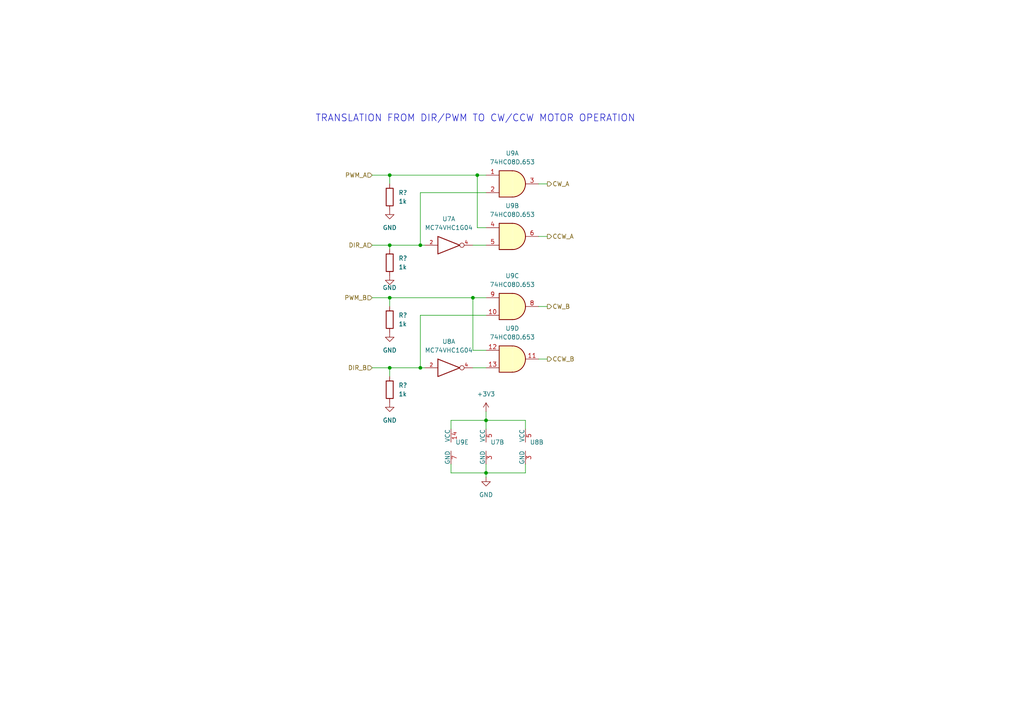
<source format=kicad_sch>
(kicad_sch (version 20211123) (generator eeschema)
  (paper "A4")
  (lib_symbols
    (symbol "Device:R" (pin_numbers hide) (pin_names (offset 0))
      (property "Reference" "R" (at 2.032 0 90))
      (property "Value" "R" (at 0 0 90))
      (symbol "R_0_1"
        (rectangle (start -1.016 -2.54) (end 1.016 2.54) (stroke (width 0.254)))
      )
      (symbol "R_1_1"
        (pin passive line (at 0 3.81 270) (length 1.27) (name "~") (number "1"))
        (pin passive line (at 0 -3.81 90) (length 1.27) (name "~") (number "2"))
      )
    )
    (symbol "_IntegratedCircuits:74HC08D.653" (pin_names (offset 0))
      (property "Reference" "U" (at 0 6.35 0))
      (property "Value" "74HC08D.653" (at 0 8.89 0))
      (symbol "74HC08D.653_1_1"
        (arc (start 0 -3.81) (mid 3.81 0) (end 0 3.81) (stroke (width 0.254)) (fill (type background)))
        (polyline (pts (xy 0 3.81) (xy -3.81 3.81) (xy -3.81 -3.81) (xy 0 -3.81)) (stroke (width 0.254)) (fill (type background)))
        (pin input line (at -7.62 2.54 0) (length 3.81) (name "~") (number "1"))
        (pin input line (at -7.62 -2.54 0) (length 3.81) (name "~") (number "2"))
        (pin output line (at 7.62 0 180) (length 3.81) (name "~") (number "3"))
      )
      (symbol "74HC08D.653_2_1"
        (arc (start 0 -3.81) (mid 3.81 0) (end 0 3.81) (stroke (width 0.254)) (fill (type background)))
        (polyline (pts (xy 0 3.81) (xy -3.81 3.81) (xy -3.81 -3.81) (xy 0 -3.81)) (stroke (width 0.254)) (fill (type background)))
        (pin input line (at -7.62 2.54 0) (length 3.81) (name "~") (number "4"))
        (pin input line (at -7.62 -2.54 0) (length 3.81) (name "~") (number "5"))
        (pin output line (at 7.62 0 180) (length 3.81) (name "~") (number "6"))
      )
      (symbol "74HC08D.653_3_1"
        (arc (start 0 -3.81) (mid 3.81 0) (end 0 3.81) (stroke (width 0.254)) (fill (type background)))
        (polyline (pts (xy 0 3.81) (xy -3.81 3.81) (xy -3.81 -3.81) (xy 0 -3.81)) (stroke (width 0.254)) (fill (type background)))
        (pin input line (at -7.62 -2.54 0) (length 3.81) (name "~") (number "10"))
        (pin output line (at 7.62 0 180) (length 3.81) (name "~") (number "8"))
        (pin input line (at -7.62 2.54 0) (length 3.81) (name "~") (number "9"))
      )
      (symbol "74HC08D.653_4_1"
        (arc (start 0 -3.81) (mid 3.81 0) (end 0 3.81) (stroke (width 0.254)) (fill (type background)))
        (polyline (pts (xy 0 3.81) (xy -3.81 3.81) (xy -3.81 -3.81) (xy 0 -3.81)) (stroke (width 0.254)) (fill (type background)))
        (pin output line (at 7.62 0 180) (length 3.81) (name "~") (number "11"))
        (pin input line (at -7.62 2.54 0) (length 3.81) (name "~") (number "12"))
        (pin input line (at -7.62 -2.54 0) (length 3.81) (name "~") (number "13"))
      )
      (symbol "74HC08D.653_5_1"
        (pin power_in line (at 5.08 2.54 180) (length 3.81) (name "VCC") (number "14"))
        (pin power_in line (at -5.08 2.54 0) (length 3.81) (name "GND") (number "7"))
      )
    )
    (symbol "_IntegratedCircuits:MC74VHC1G04" (pin_names (offset 0))
      (property "Reference" "U" (at 0 6.35 0))
      (property "Value" "MC74VHC1G04" (at 0 3.81 0))
      (symbol "MC74VHC1G04_1_1"
        (polyline (pts (xy -2.54 2.54) (xy -2.54 -2.54) (xy 3.81 0) (xy -2.54 2.54)) (stroke (width 0.254)))
        (pin no_connect line (at 1.27 -5.08 180) (length 3.81) hide (name "1") (number "1"))
        (pin input line (at -6.35 0 0) (length 3.81) (name "~") (number "2"))
        (pin output inverted (at 7.62 0 180) (length 3.81) (name "~") (number "4"))
      )
      (symbol "MC74VHC1G04_2_1"
        (pin power_in line (at -5.08 0 0) (length 3.81) (name "GND") (number "3"))
        (pin power_in line (at 5.08 0 180) (length 3.81) (name "VCC") (number "5"))
      )
    )
    (symbol "power:+3.3V" (power) (pin_names (offset 0))
      (property "Value" "+3.3V" (at 0 3.556 0))
      (symbol "+3.3V_0_1"
        (polyline (pts (xy -0.762 1.27) (xy 0 2.54)))
        (polyline (pts (xy 0 0) (xy 0 2.54)))
        (polyline (pts (xy 0 2.54) (xy 0.762 1.27)))
      )
      (symbol "+3.3V_1_1"
        (pin power_in line (at 0 0 90) (length 0) hide (name "+3V3") (number "1"))
      )
    )
    (symbol "power:GND" (power) (pin_names (offset 0))
      (property "Value" "GND" (at 0 -3.81 0))
      (symbol "GND_0_1"
        (polyline (pts (xy 0 0) (xy 0 -1.27) (xy 1.27 -1.27) (xy 0 -2.54) (xy -1.27 -1.27) (xy 0 -1.27)))
      )
      (symbol "GND_1_1"
        (pin power_in line (at 0 0 270) (length 0) hide (name "GND") (number "1"))
      )
    )
  )
  (junction (at 138.43 50.8))
  (junction (at 113.03 50.8))
  (junction (at 140.97 137.16))
  (junction (at 113.03 71.12))
  (junction (at 121.92 71.12))
  (junction (at 140.97 121.92))
  (junction (at 113.03 86.36))
  (junction (at 113.03 106.68))
  (junction (at 121.92 106.68))
  (junction (at 137.16 86.36))
  (wire (pts (xy 140.97 55.88) (xy 121.92 55.88)))
  (wire (pts (xy 107.95 106.68) (xy 113.03 106.68)))
  (wire (pts (xy 113.03 106.68) (xy 121.92 106.68)))
  (wire (pts (xy 137.16 101.6) (xy 137.16 86.36)))
  (wire (pts (xy 140.97 101.6) (xy 137.16 101.6)))
  (wire (pts (xy 158.75 104.14) (xy 156.21 104.14)))
  (wire (pts (xy 121.92 91.44) (xy 121.92 106.68)))
  (wire (pts (xy 158.75 88.9) (xy 156.21 88.9)))
  (wire (pts (xy 152.4 121.92) (xy 152.4 124.46)))
  (wire (pts (xy 113.03 72.39) (xy 113.03 71.12)))
  (wire (pts (xy 113.03 50.8) (xy 138.43 50.8)))
  (wire (pts (xy 140.97 121.92) (xy 140.97 124.46)))
  (wire (pts (xy 140.97 121.92) (xy 152.4 121.92)))
  (wire (pts (xy 158.75 68.58) (xy 156.21 68.58)))
  (wire (pts (xy 140.97 66.04) (xy 138.43 66.04)))
  (wire (pts (xy 140.97 119.38) (xy 140.97 121.92)))
  (wire (pts (xy 113.03 71.12) (xy 121.92 71.12)))
  (wire (pts (xy 121.92 106.68) (xy 123.19 106.68)))
  (wire (pts (xy 107.95 86.36) (xy 113.03 86.36)))
  (wire (pts (xy 113.03 86.36) (xy 113.03 88.9)))
  (wire (pts (xy 137.16 71.12) (xy 140.97 71.12)))
  (wire (pts (xy 113.03 106.68) (xy 113.03 109.22)))
  (wire (pts (xy 137.16 86.36) (xy 140.97 86.36)))
  (wire (pts (xy 107.95 50.8) (xy 113.03 50.8)))
  (wire (pts (xy 138.43 50.8) (xy 140.97 50.8)))
  (wire (pts (xy 140.97 137.16) (xy 130.81 137.16)))
  (wire (pts (xy 152.4 134.62) (xy 152.4 137.16)))
  (wire (pts (xy 137.16 106.68) (xy 140.97 106.68)))
  (wire (pts (xy 152.4 137.16) (xy 140.97 137.16)))
  (wire (pts (xy 140.97 137.16) (xy 140.97 138.43)))
  (wire (pts (xy 130.81 137.16) (xy 130.81 134.62)))
  (wire (pts (xy 130.81 121.92) (xy 140.97 121.92)))
  (wire (pts (xy 107.95 71.12) (xy 113.03 71.12)))
  (wire (pts (xy 158.75 53.34) (xy 156.21 53.34)))
  (wire (pts (xy 121.92 71.12) (xy 123.19 71.12)))
  (wire (pts (xy 138.43 66.04) (xy 138.43 50.8)))
  (wire (pts (xy 130.81 124.46) (xy 130.81 121.92)))
  (wire (pts (xy 113.03 50.8) (xy 113.03 53.34)))
  (wire (pts (xy 113.03 86.36) (xy 137.16 86.36)))
  (wire (pts (xy 140.97 134.62) (xy 140.97 137.16)))
  (wire (pts (xy 140.97 91.44) (xy 121.92 91.44)))
  (wire (pts (xy 121.92 55.88) (xy 121.92 71.12)))
  (text "TRANSLATION FROM DIR/PWM TO CW/CCW MOTOR OPERATION" (at 91.44 35.56 0) (effects (font (size 2 2)) (justify left bottom)))
  (hierarchical_label "CW_B" (shape output) (at 158.75 88.9 0))
  (hierarchical_label "DIR_A" (shape input) (at 107.95 71.12 180))
  (hierarchical_label "PWM_A" (shape input) (at 107.95 50.8 180))
  (hierarchical_label "DIR_B" (shape input) (at 107.95 106.68 180))
  (hierarchical_label "CW_A" (shape output) (at 158.75 53.34 0))
  (hierarchical_label "CCW_B" (shape output) (at 158.75 104.14 0))
  (hierarchical_label "PWM_B" (shape input) (at 107.95 86.36 180))
  (hierarchical_label "CCW_A" (shape output) (at 158.75 68.58 0))
  (symbol (lib_id "Device:R") (at 113.03 113.03 0) (unit 1)
    (property "Reference" "R?" (at 115.57 111.7599 0) (effects (justify left)))
    (property "Value" "1k" (at 115.57 114.2999 0) (effects (justify left)))
    (property "Footprint" "Resistor_SMD:R_0603_1608Metric_Pad0.98x0.95mm_HandSolder" (effects hide))
  )
  (symbol (lib_id "Device:R") (at 113.03 92.71 0) (unit 1)
    (property "Reference" "R?" (at 115.57 91.4399 0) (effects (justify left)))
    (property "Value" "1k" (at 115.57 93.9799 0) (effects (justify left)))
    (property "Footprint" "Resistor_SMD:R_0603_1608Metric_Pad0.98x0.95mm_HandSolder" (effects hide))
  )
  (symbol (lib_id "_IntegratedCircuits:74HC08D.653") (at 148.59 104.14 0) (unit 4)
    (property "Reference" "U9" (at 148.59 95.25 0))
    (property "Value" "74HC08D.653" (at 148.59 97.79 0))
    (property "Footprint" "_IntegratedCircuits:74HC08D.653" (effects hide))
    (property "Datasheet" "https://datasheet.octopart.com/74HC08D%2C653-Nexperia-datasheet-12516245.pdf" (effects hide))
  )
  (symbol (lib_id "_IntegratedCircuits:MC74VHC1G04") (at 140.97 129.54 90) (unit 2)
    (property "Reference" "U7" (at 142.24 128.2699 90) (effects (justify right)))
    (property "Value" "MC74VHC1G04" (effects hide))
    (property "Footprint" "_IntegratedCircuits:MC74VHC1G04" (effects hide))
    (property "Datasheet" "https://datasheet.octopart.com/MC74VHC1G04DTT1G-ON-Semiconductor-datasheet-21211001.pdf" (effects hide))
  )
  (symbol (lib_id "_IntegratedCircuits:74HC08D.653") (at 148.59 88.9 0) (unit 3)
    (property "Reference" "U9" (at 148.59 80.01 0))
    (property "Value" "74HC08D.653" (at 148.59 82.55 0))
    (property "Footprint" "_IntegratedCircuits:74HC08D.653" (effects hide))
    (property "Datasheet" "https://datasheet.octopart.com/74HC08D%2C653-Nexperia-datasheet-12516245.pdf" (effects hide))
  )
  (symbol (lib_id "Device:R") (at 113.03 57.15 0) (unit 1)
    (property "Reference" "R?" (at 115.57 55.8799 0) (effects (justify left)))
    (property "Value" "1k" (at 115.57 58.4199 0) (effects (justify left)))
    (property "Footprint" "Resistor_SMD:R_0603_1608Metric_Pad0.98x0.95mm_HandSolder" (effects hide))
  )
  (symbol (lib_id "power:GND") (at 113.03 96.52 0) (unit 1)
    (property "Reference" "#PWR?" (effects hide))
    (property "Value" "GND" (at 113.03 101.6 0))
  )
  (symbol (lib_id "_IntegratedCircuits:MC74VHC1G04") (at 129.54 106.68 0) (unit 1)
    (property "Reference" "U8" (at 130.175 99.06 0))
    (property "Value" "MC74VHC1G04" (at 130.175 101.6 0))
    (property "Footprint" "_IntegratedCircuits:MC74VHC1G04" (effects hide))
    (property "Datasheet" "https://datasheet.octopart.com/MC74VHC1G04DTT1G-ON-Semiconductor-datasheet-21211001.pdf" (effects hide))
  )
  (symbol (lib_id "_IntegratedCircuits:74HC08D.653") (at 133.35 129.54 90) (unit 5)
    (property "Reference" "U9" (at 132.08 128.2699 90) (effects (justify right)))
    (property "Value" "74HC08D.653" (effects hide))
    (property "Footprint" "_IntegratedCircuits:74HC08D.653" (effects hide))
    (property "Datasheet" "https://datasheet.octopart.com/74HC08D%2C653-Nexperia-datasheet-12516245.pdf" (effects hide))
  )
  (symbol (lib_id "power:GND") (at 140.97 138.43 0) (unit 1)
    (property "Reference" "#PWR039" (effects hide))
    (property "Value" "GND" (at 140.97 143.51 0))
  )
  (symbol (lib_id "power:GND") (at 113.03 116.84 0) (unit 1)
    (property "Reference" "#PWR?" (effects hide))
    (property "Value" "GND" (at 113.03 121.92 0))
  )
  (symbol (lib_id "_IntegratedCircuits:MC74VHC1G04") (at 129.54 71.12 0) (unit 1)
    (property "Reference" "U7" (at 130.175 63.5 0))
    (property "Value" "MC74VHC1G04" (at 130.175 66.04 0))
    (property "Footprint" "_IntegratedCircuits:MC74VHC1G04" (effects hide))
    (property "Datasheet" "https://datasheet.octopart.com/MC74VHC1G04DTT1G-ON-Semiconductor-datasheet-21211001.pdf" (effects hide))
  )
  (symbol (lib_id "Device:R") (at 113.03 76.2 0) (unit 1)
    (property "Reference" "R?" (at 115.57 74.9299 0) (effects (justify left)))
    (property "Value" "1k" (at 115.57 77.4699 0) (effects (justify left)))
    (property "Footprint" "Resistor_SMD:R_0603_1608Metric_Pad0.98x0.95mm_HandSolder" (effects hide))
  )
  (symbol (lib_id "_IntegratedCircuits:74HC08D.653") (at 148.59 68.58 0) (unit 2)
    (property "Reference" "U9" (at 148.59 59.69 0))
    (property "Value" "74HC08D.653" (at 148.59 62.23 0))
    (property "Footprint" "_IntegratedCircuits:74HC08D.653" (effects hide))
    (property "Datasheet" "https://datasheet.octopart.com/74HC08D%2C653-Nexperia-datasheet-12516245.pdf" (effects hide))
  )
  (symbol (lib_id "power:GND") (at 113.03 60.96 0) (unit 1)
    (property "Reference" "#PWR?" (effects hide))
    (property "Value" "GND" (at 113.03 66.04 0))
  )
  (symbol (lib_id "power:+3.3V") (at 140.97 119.38 0) (unit 1)
    (property "Reference" "#PWR038" (effects hide))
    (property "Value" "+3.3V" (at 140.97 114.3 0))
  )
  (symbol (lib_id "power:GND") (at 113.03 80.01 0) (unit 1)
    (property "Reference" "#PWR?" (effects hide))
    (property "Value" "GND" (at 112.997 83.4397 0))
  )
  (symbol (lib_id "_IntegratedCircuits:74HC08D.653") (at 148.59 53.34 0) (unit 1)
    (property "Reference" "U9" (at 148.59 44.45 0))
    (property "Value" "74HC08D.653" (at 148.59 46.99 0))
    (property "Footprint" "_IntegratedCircuits:74HC08D.653" (effects hide))
    (property "Datasheet" "https://datasheet.octopart.com/74HC08D%2C653-Nexperia-datasheet-12516245.pdf" (effects hide))
  )
  (symbol (lib_id "_IntegratedCircuits:MC74VHC1G04") (at 152.4 129.54 90) (unit 2)
    (property "Reference" "U8" (at 153.67 128.2699 90) (effects (justify right)))
    (property "Value" "MC74VHC1G04" (effects hide))
    (property "Footprint" "_IntegratedCircuits:MC74VHC1G04" (effects hide))
    (property "Datasheet" "https://datasheet.octopart.com/MC74VHC1G04DTT1G-ON-Semiconductor-datasheet-21211001.pdf" (effects hide))
  )
)
</source>
